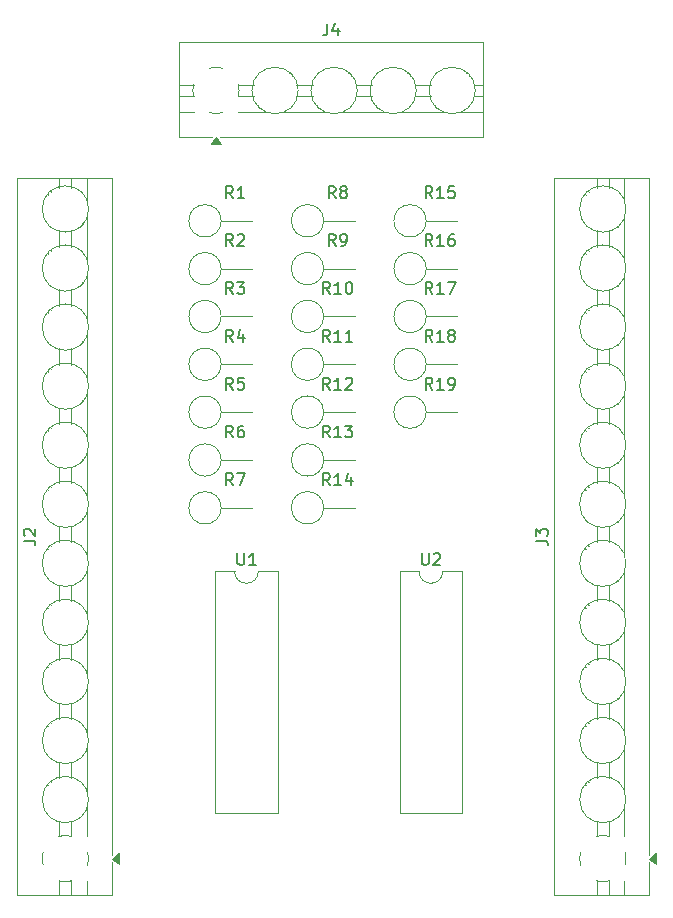
<source format=gbr>
%TF.GenerationSoftware,KiCad,Pcbnew,8.0.9-8.0.9-0~ubuntu24.04.1*%
%TF.CreationDate,2025-03-04T19:24:44+01:00*%
%TF.ProjectId,SNES_CONTROLLER,534e4553-5f43-44f4-9e54-524f4c4c4552,rev?*%
%TF.SameCoordinates,Original*%
%TF.FileFunction,Legend,Top*%
%TF.FilePolarity,Positive*%
%FSLAX46Y46*%
G04 Gerber Fmt 4.6, Leading zero omitted, Abs format (unit mm)*
G04 Created by KiCad (PCBNEW 8.0.9-8.0.9-0~ubuntu24.04.1) date 2025-03-04 19:24:44*
%MOMM*%
%LPD*%
G01*
G04 APERTURE LIST*
%ADD10C,0.150000*%
%ADD11C,0.120000*%
G04 APERTURE END LIST*
D10*
X126373333Y-73584819D02*
X126040000Y-73108628D01*
X125801905Y-73584819D02*
X125801905Y-72584819D01*
X125801905Y-72584819D02*
X126182857Y-72584819D01*
X126182857Y-72584819D02*
X126278095Y-72632438D01*
X126278095Y-72632438D02*
X126325714Y-72680057D01*
X126325714Y-72680057D02*
X126373333Y-72775295D01*
X126373333Y-72775295D02*
X126373333Y-72918152D01*
X126373333Y-72918152D02*
X126325714Y-73013390D01*
X126325714Y-73013390D02*
X126278095Y-73061009D01*
X126278095Y-73061009D02*
X126182857Y-73108628D01*
X126182857Y-73108628D02*
X125801905Y-73108628D01*
X126944762Y-73013390D02*
X126849524Y-72965771D01*
X126849524Y-72965771D02*
X126801905Y-72918152D01*
X126801905Y-72918152D02*
X126754286Y-72822914D01*
X126754286Y-72822914D02*
X126754286Y-72775295D01*
X126754286Y-72775295D02*
X126801905Y-72680057D01*
X126801905Y-72680057D02*
X126849524Y-72632438D01*
X126849524Y-72632438D02*
X126944762Y-72584819D01*
X126944762Y-72584819D02*
X127135238Y-72584819D01*
X127135238Y-72584819D02*
X127230476Y-72632438D01*
X127230476Y-72632438D02*
X127278095Y-72680057D01*
X127278095Y-72680057D02*
X127325714Y-72775295D01*
X127325714Y-72775295D02*
X127325714Y-72822914D01*
X127325714Y-72822914D02*
X127278095Y-72918152D01*
X127278095Y-72918152D02*
X127230476Y-72965771D01*
X127230476Y-72965771D02*
X127135238Y-73013390D01*
X127135238Y-73013390D02*
X126944762Y-73013390D01*
X126944762Y-73013390D02*
X126849524Y-73061009D01*
X126849524Y-73061009D02*
X126801905Y-73108628D01*
X126801905Y-73108628D02*
X126754286Y-73203866D01*
X126754286Y-73203866D02*
X126754286Y-73394342D01*
X126754286Y-73394342D02*
X126801905Y-73489580D01*
X126801905Y-73489580D02*
X126849524Y-73537200D01*
X126849524Y-73537200D02*
X126944762Y-73584819D01*
X126944762Y-73584819D02*
X127135238Y-73584819D01*
X127135238Y-73584819D02*
X127230476Y-73537200D01*
X127230476Y-73537200D02*
X127278095Y-73489580D01*
X127278095Y-73489580D02*
X127325714Y-73394342D01*
X127325714Y-73394342D02*
X127325714Y-73203866D01*
X127325714Y-73203866D02*
X127278095Y-73108628D01*
X127278095Y-73108628D02*
X127230476Y-73061009D01*
X127230476Y-73061009D02*
X127135238Y-73013390D01*
X125897142Y-81684819D02*
X125563809Y-81208628D01*
X125325714Y-81684819D02*
X125325714Y-80684819D01*
X125325714Y-80684819D02*
X125706666Y-80684819D01*
X125706666Y-80684819D02*
X125801904Y-80732438D01*
X125801904Y-80732438D02*
X125849523Y-80780057D01*
X125849523Y-80780057D02*
X125897142Y-80875295D01*
X125897142Y-80875295D02*
X125897142Y-81018152D01*
X125897142Y-81018152D02*
X125849523Y-81113390D01*
X125849523Y-81113390D02*
X125801904Y-81161009D01*
X125801904Y-81161009D02*
X125706666Y-81208628D01*
X125706666Y-81208628D02*
X125325714Y-81208628D01*
X126849523Y-81684819D02*
X126278095Y-81684819D01*
X126563809Y-81684819D02*
X126563809Y-80684819D01*
X126563809Y-80684819D02*
X126468571Y-80827676D01*
X126468571Y-80827676D02*
X126373333Y-80922914D01*
X126373333Y-80922914D02*
X126278095Y-80970533D01*
X127468571Y-80684819D02*
X127563809Y-80684819D01*
X127563809Y-80684819D02*
X127659047Y-80732438D01*
X127659047Y-80732438D02*
X127706666Y-80780057D01*
X127706666Y-80780057D02*
X127754285Y-80875295D01*
X127754285Y-80875295D02*
X127801904Y-81065771D01*
X127801904Y-81065771D02*
X127801904Y-81303866D01*
X127801904Y-81303866D02*
X127754285Y-81494342D01*
X127754285Y-81494342D02*
X127706666Y-81589580D01*
X127706666Y-81589580D02*
X127659047Y-81637200D01*
X127659047Y-81637200D02*
X127563809Y-81684819D01*
X127563809Y-81684819D02*
X127468571Y-81684819D01*
X127468571Y-81684819D02*
X127373333Y-81637200D01*
X127373333Y-81637200D02*
X127325714Y-81589580D01*
X127325714Y-81589580D02*
X127278095Y-81494342D01*
X127278095Y-81494342D02*
X127230476Y-81303866D01*
X127230476Y-81303866D02*
X127230476Y-81065771D01*
X127230476Y-81065771D02*
X127278095Y-80875295D01*
X127278095Y-80875295D02*
X127325714Y-80780057D01*
X127325714Y-80780057D02*
X127373333Y-80732438D01*
X127373333Y-80732438D02*
X127468571Y-80684819D01*
X134577142Y-85734819D02*
X134243809Y-85258628D01*
X134005714Y-85734819D02*
X134005714Y-84734819D01*
X134005714Y-84734819D02*
X134386666Y-84734819D01*
X134386666Y-84734819D02*
X134481904Y-84782438D01*
X134481904Y-84782438D02*
X134529523Y-84830057D01*
X134529523Y-84830057D02*
X134577142Y-84925295D01*
X134577142Y-84925295D02*
X134577142Y-85068152D01*
X134577142Y-85068152D02*
X134529523Y-85163390D01*
X134529523Y-85163390D02*
X134481904Y-85211009D01*
X134481904Y-85211009D02*
X134386666Y-85258628D01*
X134386666Y-85258628D02*
X134005714Y-85258628D01*
X135529523Y-85734819D02*
X134958095Y-85734819D01*
X135243809Y-85734819D02*
X135243809Y-84734819D01*
X135243809Y-84734819D02*
X135148571Y-84877676D01*
X135148571Y-84877676D02*
X135053333Y-84972914D01*
X135053333Y-84972914D02*
X134958095Y-85020533D01*
X136100952Y-85163390D02*
X136005714Y-85115771D01*
X136005714Y-85115771D02*
X135958095Y-85068152D01*
X135958095Y-85068152D02*
X135910476Y-84972914D01*
X135910476Y-84972914D02*
X135910476Y-84925295D01*
X135910476Y-84925295D02*
X135958095Y-84830057D01*
X135958095Y-84830057D02*
X136005714Y-84782438D01*
X136005714Y-84782438D02*
X136100952Y-84734819D01*
X136100952Y-84734819D02*
X136291428Y-84734819D01*
X136291428Y-84734819D02*
X136386666Y-84782438D01*
X136386666Y-84782438D02*
X136434285Y-84830057D01*
X136434285Y-84830057D02*
X136481904Y-84925295D01*
X136481904Y-84925295D02*
X136481904Y-84972914D01*
X136481904Y-84972914D02*
X136434285Y-85068152D01*
X136434285Y-85068152D02*
X136386666Y-85115771D01*
X136386666Y-85115771D02*
X136291428Y-85163390D01*
X136291428Y-85163390D02*
X136100952Y-85163390D01*
X136100952Y-85163390D02*
X136005714Y-85211009D01*
X136005714Y-85211009D02*
X135958095Y-85258628D01*
X135958095Y-85258628D02*
X135910476Y-85353866D01*
X135910476Y-85353866D02*
X135910476Y-85544342D01*
X135910476Y-85544342D02*
X135958095Y-85639580D01*
X135958095Y-85639580D02*
X136005714Y-85687200D01*
X136005714Y-85687200D02*
X136100952Y-85734819D01*
X136100952Y-85734819D02*
X136291428Y-85734819D01*
X136291428Y-85734819D02*
X136386666Y-85687200D01*
X136386666Y-85687200D02*
X136434285Y-85639580D01*
X136434285Y-85639580D02*
X136481904Y-85544342D01*
X136481904Y-85544342D02*
X136481904Y-85353866D01*
X136481904Y-85353866D02*
X136434285Y-85258628D01*
X136434285Y-85258628D02*
X136386666Y-85211009D01*
X136386666Y-85211009D02*
X136291428Y-85163390D01*
X99954819Y-102583333D02*
X100669104Y-102583333D01*
X100669104Y-102583333D02*
X100811961Y-102630952D01*
X100811961Y-102630952D02*
X100907200Y-102726190D01*
X100907200Y-102726190D02*
X100954819Y-102869047D01*
X100954819Y-102869047D02*
X100954819Y-102964285D01*
X100050057Y-102154761D02*
X100002438Y-102107142D01*
X100002438Y-102107142D02*
X99954819Y-102011904D01*
X99954819Y-102011904D02*
X99954819Y-101773809D01*
X99954819Y-101773809D02*
X100002438Y-101678571D01*
X100002438Y-101678571D02*
X100050057Y-101630952D01*
X100050057Y-101630952D02*
X100145295Y-101583333D01*
X100145295Y-101583333D02*
X100240533Y-101583333D01*
X100240533Y-101583333D02*
X100383390Y-101630952D01*
X100383390Y-101630952D02*
X100954819Y-102202380D01*
X100954819Y-102202380D02*
X100954819Y-101583333D01*
X133683095Y-103644819D02*
X133683095Y-104454342D01*
X133683095Y-104454342D02*
X133730714Y-104549580D01*
X133730714Y-104549580D02*
X133778333Y-104597200D01*
X133778333Y-104597200D02*
X133873571Y-104644819D01*
X133873571Y-104644819D02*
X134064047Y-104644819D01*
X134064047Y-104644819D02*
X134159285Y-104597200D01*
X134159285Y-104597200D02*
X134206904Y-104549580D01*
X134206904Y-104549580D02*
X134254523Y-104454342D01*
X134254523Y-104454342D02*
X134254523Y-103644819D01*
X134683095Y-103740057D02*
X134730714Y-103692438D01*
X134730714Y-103692438D02*
X134825952Y-103644819D01*
X134825952Y-103644819D02*
X135064047Y-103644819D01*
X135064047Y-103644819D02*
X135159285Y-103692438D01*
X135159285Y-103692438D02*
X135206904Y-103740057D01*
X135206904Y-103740057D02*
X135254523Y-103835295D01*
X135254523Y-103835295D02*
X135254523Y-103930533D01*
X135254523Y-103930533D02*
X135206904Y-104073390D01*
X135206904Y-104073390D02*
X134635476Y-104644819D01*
X134635476Y-104644819D02*
X135254523Y-104644819D01*
X134577142Y-89784819D02*
X134243809Y-89308628D01*
X134005714Y-89784819D02*
X134005714Y-88784819D01*
X134005714Y-88784819D02*
X134386666Y-88784819D01*
X134386666Y-88784819D02*
X134481904Y-88832438D01*
X134481904Y-88832438D02*
X134529523Y-88880057D01*
X134529523Y-88880057D02*
X134577142Y-88975295D01*
X134577142Y-88975295D02*
X134577142Y-89118152D01*
X134577142Y-89118152D02*
X134529523Y-89213390D01*
X134529523Y-89213390D02*
X134481904Y-89261009D01*
X134481904Y-89261009D02*
X134386666Y-89308628D01*
X134386666Y-89308628D02*
X134005714Y-89308628D01*
X135529523Y-89784819D02*
X134958095Y-89784819D01*
X135243809Y-89784819D02*
X135243809Y-88784819D01*
X135243809Y-88784819D02*
X135148571Y-88927676D01*
X135148571Y-88927676D02*
X135053333Y-89022914D01*
X135053333Y-89022914D02*
X134958095Y-89070533D01*
X136005714Y-89784819D02*
X136196190Y-89784819D01*
X136196190Y-89784819D02*
X136291428Y-89737200D01*
X136291428Y-89737200D02*
X136339047Y-89689580D01*
X136339047Y-89689580D02*
X136434285Y-89546723D01*
X136434285Y-89546723D02*
X136481904Y-89356247D01*
X136481904Y-89356247D02*
X136481904Y-88975295D01*
X136481904Y-88975295D02*
X136434285Y-88880057D01*
X136434285Y-88880057D02*
X136386666Y-88832438D01*
X136386666Y-88832438D02*
X136291428Y-88784819D01*
X136291428Y-88784819D02*
X136100952Y-88784819D01*
X136100952Y-88784819D02*
X136005714Y-88832438D01*
X136005714Y-88832438D02*
X135958095Y-88880057D01*
X135958095Y-88880057D02*
X135910476Y-88975295D01*
X135910476Y-88975295D02*
X135910476Y-89213390D01*
X135910476Y-89213390D02*
X135958095Y-89308628D01*
X135958095Y-89308628D02*
X136005714Y-89356247D01*
X136005714Y-89356247D02*
X136100952Y-89403866D01*
X136100952Y-89403866D02*
X136291428Y-89403866D01*
X136291428Y-89403866D02*
X136386666Y-89356247D01*
X136386666Y-89356247D02*
X136434285Y-89308628D01*
X136434285Y-89308628D02*
X136481904Y-89213390D01*
X117693333Y-93834819D02*
X117360000Y-93358628D01*
X117121905Y-93834819D02*
X117121905Y-92834819D01*
X117121905Y-92834819D02*
X117502857Y-92834819D01*
X117502857Y-92834819D02*
X117598095Y-92882438D01*
X117598095Y-92882438D02*
X117645714Y-92930057D01*
X117645714Y-92930057D02*
X117693333Y-93025295D01*
X117693333Y-93025295D02*
X117693333Y-93168152D01*
X117693333Y-93168152D02*
X117645714Y-93263390D01*
X117645714Y-93263390D02*
X117598095Y-93311009D01*
X117598095Y-93311009D02*
X117502857Y-93358628D01*
X117502857Y-93358628D02*
X117121905Y-93358628D01*
X118550476Y-92834819D02*
X118360000Y-92834819D01*
X118360000Y-92834819D02*
X118264762Y-92882438D01*
X118264762Y-92882438D02*
X118217143Y-92930057D01*
X118217143Y-92930057D02*
X118121905Y-93072914D01*
X118121905Y-93072914D02*
X118074286Y-93263390D01*
X118074286Y-93263390D02*
X118074286Y-93644342D01*
X118074286Y-93644342D02*
X118121905Y-93739580D01*
X118121905Y-93739580D02*
X118169524Y-93787200D01*
X118169524Y-93787200D02*
X118264762Y-93834819D01*
X118264762Y-93834819D02*
X118455238Y-93834819D01*
X118455238Y-93834819D02*
X118550476Y-93787200D01*
X118550476Y-93787200D02*
X118598095Y-93739580D01*
X118598095Y-93739580D02*
X118645714Y-93644342D01*
X118645714Y-93644342D02*
X118645714Y-93406247D01*
X118645714Y-93406247D02*
X118598095Y-93311009D01*
X118598095Y-93311009D02*
X118550476Y-93263390D01*
X118550476Y-93263390D02*
X118455238Y-93215771D01*
X118455238Y-93215771D02*
X118264762Y-93215771D01*
X118264762Y-93215771D02*
X118169524Y-93263390D01*
X118169524Y-93263390D02*
X118121905Y-93311009D01*
X118121905Y-93311009D02*
X118074286Y-93406247D01*
X134577142Y-73584819D02*
X134243809Y-73108628D01*
X134005714Y-73584819D02*
X134005714Y-72584819D01*
X134005714Y-72584819D02*
X134386666Y-72584819D01*
X134386666Y-72584819D02*
X134481904Y-72632438D01*
X134481904Y-72632438D02*
X134529523Y-72680057D01*
X134529523Y-72680057D02*
X134577142Y-72775295D01*
X134577142Y-72775295D02*
X134577142Y-72918152D01*
X134577142Y-72918152D02*
X134529523Y-73013390D01*
X134529523Y-73013390D02*
X134481904Y-73061009D01*
X134481904Y-73061009D02*
X134386666Y-73108628D01*
X134386666Y-73108628D02*
X134005714Y-73108628D01*
X135529523Y-73584819D02*
X134958095Y-73584819D01*
X135243809Y-73584819D02*
X135243809Y-72584819D01*
X135243809Y-72584819D02*
X135148571Y-72727676D01*
X135148571Y-72727676D02*
X135053333Y-72822914D01*
X135053333Y-72822914D02*
X134958095Y-72870533D01*
X136434285Y-72584819D02*
X135958095Y-72584819D01*
X135958095Y-72584819D02*
X135910476Y-73061009D01*
X135910476Y-73061009D02*
X135958095Y-73013390D01*
X135958095Y-73013390D02*
X136053333Y-72965771D01*
X136053333Y-72965771D02*
X136291428Y-72965771D01*
X136291428Y-72965771D02*
X136386666Y-73013390D01*
X136386666Y-73013390D02*
X136434285Y-73061009D01*
X136434285Y-73061009D02*
X136481904Y-73156247D01*
X136481904Y-73156247D02*
X136481904Y-73394342D01*
X136481904Y-73394342D02*
X136434285Y-73489580D01*
X136434285Y-73489580D02*
X136386666Y-73537200D01*
X136386666Y-73537200D02*
X136291428Y-73584819D01*
X136291428Y-73584819D02*
X136053333Y-73584819D01*
X136053333Y-73584819D02*
X135958095Y-73537200D01*
X135958095Y-73537200D02*
X135910476Y-73489580D01*
X117693333Y-77634819D02*
X117360000Y-77158628D01*
X117121905Y-77634819D02*
X117121905Y-76634819D01*
X117121905Y-76634819D02*
X117502857Y-76634819D01*
X117502857Y-76634819D02*
X117598095Y-76682438D01*
X117598095Y-76682438D02*
X117645714Y-76730057D01*
X117645714Y-76730057D02*
X117693333Y-76825295D01*
X117693333Y-76825295D02*
X117693333Y-76968152D01*
X117693333Y-76968152D02*
X117645714Y-77063390D01*
X117645714Y-77063390D02*
X117598095Y-77111009D01*
X117598095Y-77111009D02*
X117502857Y-77158628D01*
X117502857Y-77158628D02*
X117121905Y-77158628D01*
X118074286Y-76730057D02*
X118121905Y-76682438D01*
X118121905Y-76682438D02*
X118217143Y-76634819D01*
X118217143Y-76634819D02*
X118455238Y-76634819D01*
X118455238Y-76634819D02*
X118550476Y-76682438D01*
X118550476Y-76682438D02*
X118598095Y-76730057D01*
X118598095Y-76730057D02*
X118645714Y-76825295D01*
X118645714Y-76825295D02*
X118645714Y-76920533D01*
X118645714Y-76920533D02*
X118598095Y-77063390D01*
X118598095Y-77063390D02*
X118026667Y-77634819D01*
X118026667Y-77634819D02*
X118645714Y-77634819D01*
X143334819Y-102583333D02*
X144049104Y-102583333D01*
X144049104Y-102583333D02*
X144191961Y-102630952D01*
X144191961Y-102630952D02*
X144287200Y-102726190D01*
X144287200Y-102726190D02*
X144334819Y-102869047D01*
X144334819Y-102869047D02*
X144334819Y-102964285D01*
X143334819Y-102202380D02*
X143334819Y-101583333D01*
X143334819Y-101583333D02*
X143715771Y-101916666D01*
X143715771Y-101916666D02*
X143715771Y-101773809D01*
X143715771Y-101773809D02*
X143763390Y-101678571D01*
X143763390Y-101678571D02*
X143811009Y-101630952D01*
X143811009Y-101630952D02*
X143906247Y-101583333D01*
X143906247Y-101583333D02*
X144144342Y-101583333D01*
X144144342Y-101583333D02*
X144239580Y-101630952D01*
X144239580Y-101630952D02*
X144287200Y-101678571D01*
X144287200Y-101678571D02*
X144334819Y-101773809D01*
X144334819Y-101773809D02*
X144334819Y-102059523D01*
X144334819Y-102059523D02*
X144287200Y-102154761D01*
X144287200Y-102154761D02*
X144239580Y-102202380D01*
X117693333Y-73584819D02*
X117360000Y-73108628D01*
X117121905Y-73584819D02*
X117121905Y-72584819D01*
X117121905Y-72584819D02*
X117502857Y-72584819D01*
X117502857Y-72584819D02*
X117598095Y-72632438D01*
X117598095Y-72632438D02*
X117645714Y-72680057D01*
X117645714Y-72680057D02*
X117693333Y-72775295D01*
X117693333Y-72775295D02*
X117693333Y-72918152D01*
X117693333Y-72918152D02*
X117645714Y-73013390D01*
X117645714Y-73013390D02*
X117598095Y-73061009D01*
X117598095Y-73061009D02*
X117502857Y-73108628D01*
X117502857Y-73108628D02*
X117121905Y-73108628D01*
X118645714Y-73584819D02*
X118074286Y-73584819D01*
X118360000Y-73584819D02*
X118360000Y-72584819D01*
X118360000Y-72584819D02*
X118264762Y-72727676D01*
X118264762Y-72727676D02*
X118169524Y-72822914D01*
X118169524Y-72822914D02*
X118074286Y-72870533D01*
X126373333Y-77634819D02*
X126040000Y-77158628D01*
X125801905Y-77634819D02*
X125801905Y-76634819D01*
X125801905Y-76634819D02*
X126182857Y-76634819D01*
X126182857Y-76634819D02*
X126278095Y-76682438D01*
X126278095Y-76682438D02*
X126325714Y-76730057D01*
X126325714Y-76730057D02*
X126373333Y-76825295D01*
X126373333Y-76825295D02*
X126373333Y-76968152D01*
X126373333Y-76968152D02*
X126325714Y-77063390D01*
X126325714Y-77063390D02*
X126278095Y-77111009D01*
X126278095Y-77111009D02*
X126182857Y-77158628D01*
X126182857Y-77158628D02*
X125801905Y-77158628D01*
X126849524Y-77634819D02*
X127040000Y-77634819D01*
X127040000Y-77634819D02*
X127135238Y-77587200D01*
X127135238Y-77587200D02*
X127182857Y-77539580D01*
X127182857Y-77539580D02*
X127278095Y-77396723D01*
X127278095Y-77396723D02*
X127325714Y-77206247D01*
X127325714Y-77206247D02*
X127325714Y-76825295D01*
X127325714Y-76825295D02*
X127278095Y-76730057D01*
X127278095Y-76730057D02*
X127230476Y-76682438D01*
X127230476Y-76682438D02*
X127135238Y-76634819D01*
X127135238Y-76634819D02*
X126944762Y-76634819D01*
X126944762Y-76634819D02*
X126849524Y-76682438D01*
X126849524Y-76682438D02*
X126801905Y-76730057D01*
X126801905Y-76730057D02*
X126754286Y-76825295D01*
X126754286Y-76825295D02*
X126754286Y-77063390D01*
X126754286Y-77063390D02*
X126801905Y-77158628D01*
X126801905Y-77158628D02*
X126849524Y-77206247D01*
X126849524Y-77206247D02*
X126944762Y-77253866D01*
X126944762Y-77253866D02*
X127135238Y-77253866D01*
X127135238Y-77253866D02*
X127230476Y-77206247D01*
X127230476Y-77206247D02*
X127278095Y-77158628D01*
X127278095Y-77158628D02*
X127325714Y-77063390D01*
X125897142Y-93834819D02*
X125563809Y-93358628D01*
X125325714Y-93834819D02*
X125325714Y-92834819D01*
X125325714Y-92834819D02*
X125706666Y-92834819D01*
X125706666Y-92834819D02*
X125801904Y-92882438D01*
X125801904Y-92882438D02*
X125849523Y-92930057D01*
X125849523Y-92930057D02*
X125897142Y-93025295D01*
X125897142Y-93025295D02*
X125897142Y-93168152D01*
X125897142Y-93168152D02*
X125849523Y-93263390D01*
X125849523Y-93263390D02*
X125801904Y-93311009D01*
X125801904Y-93311009D02*
X125706666Y-93358628D01*
X125706666Y-93358628D02*
X125325714Y-93358628D01*
X126849523Y-93834819D02*
X126278095Y-93834819D01*
X126563809Y-93834819D02*
X126563809Y-92834819D01*
X126563809Y-92834819D02*
X126468571Y-92977676D01*
X126468571Y-92977676D02*
X126373333Y-93072914D01*
X126373333Y-93072914D02*
X126278095Y-93120533D01*
X127182857Y-92834819D02*
X127801904Y-92834819D01*
X127801904Y-92834819D02*
X127468571Y-93215771D01*
X127468571Y-93215771D02*
X127611428Y-93215771D01*
X127611428Y-93215771D02*
X127706666Y-93263390D01*
X127706666Y-93263390D02*
X127754285Y-93311009D01*
X127754285Y-93311009D02*
X127801904Y-93406247D01*
X127801904Y-93406247D02*
X127801904Y-93644342D01*
X127801904Y-93644342D02*
X127754285Y-93739580D01*
X127754285Y-93739580D02*
X127706666Y-93787200D01*
X127706666Y-93787200D02*
X127611428Y-93834819D01*
X127611428Y-93834819D02*
X127325714Y-93834819D01*
X127325714Y-93834819D02*
X127230476Y-93787200D01*
X127230476Y-93787200D02*
X127182857Y-93739580D01*
X117693333Y-97884819D02*
X117360000Y-97408628D01*
X117121905Y-97884819D02*
X117121905Y-96884819D01*
X117121905Y-96884819D02*
X117502857Y-96884819D01*
X117502857Y-96884819D02*
X117598095Y-96932438D01*
X117598095Y-96932438D02*
X117645714Y-96980057D01*
X117645714Y-96980057D02*
X117693333Y-97075295D01*
X117693333Y-97075295D02*
X117693333Y-97218152D01*
X117693333Y-97218152D02*
X117645714Y-97313390D01*
X117645714Y-97313390D02*
X117598095Y-97361009D01*
X117598095Y-97361009D02*
X117502857Y-97408628D01*
X117502857Y-97408628D02*
X117121905Y-97408628D01*
X118026667Y-96884819D02*
X118693333Y-96884819D01*
X118693333Y-96884819D02*
X118264762Y-97884819D01*
X125666666Y-58802319D02*
X125666666Y-59516604D01*
X125666666Y-59516604D02*
X125619047Y-59659461D01*
X125619047Y-59659461D02*
X125523809Y-59754700D01*
X125523809Y-59754700D02*
X125380952Y-59802319D01*
X125380952Y-59802319D02*
X125285714Y-59802319D01*
X126571428Y-59135652D02*
X126571428Y-59802319D01*
X126333333Y-58754700D02*
X126095238Y-59468985D01*
X126095238Y-59468985D02*
X126714285Y-59468985D01*
X125897142Y-85734819D02*
X125563809Y-85258628D01*
X125325714Y-85734819D02*
X125325714Y-84734819D01*
X125325714Y-84734819D02*
X125706666Y-84734819D01*
X125706666Y-84734819D02*
X125801904Y-84782438D01*
X125801904Y-84782438D02*
X125849523Y-84830057D01*
X125849523Y-84830057D02*
X125897142Y-84925295D01*
X125897142Y-84925295D02*
X125897142Y-85068152D01*
X125897142Y-85068152D02*
X125849523Y-85163390D01*
X125849523Y-85163390D02*
X125801904Y-85211009D01*
X125801904Y-85211009D02*
X125706666Y-85258628D01*
X125706666Y-85258628D02*
X125325714Y-85258628D01*
X126849523Y-85734819D02*
X126278095Y-85734819D01*
X126563809Y-85734819D02*
X126563809Y-84734819D01*
X126563809Y-84734819D02*
X126468571Y-84877676D01*
X126468571Y-84877676D02*
X126373333Y-84972914D01*
X126373333Y-84972914D02*
X126278095Y-85020533D01*
X127801904Y-85734819D02*
X127230476Y-85734819D01*
X127516190Y-85734819D02*
X127516190Y-84734819D01*
X127516190Y-84734819D02*
X127420952Y-84877676D01*
X127420952Y-84877676D02*
X127325714Y-84972914D01*
X127325714Y-84972914D02*
X127230476Y-85020533D01*
X117693333Y-85734819D02*
X117360000Y-85258628D01*
X117121905Y-85734819D02*
X117121905Y-84734819D01*
X117121905Y-84734819D02*
X117502857Y-84734819D01*
X117502857Y-84734819D02*
X117598095Y-84782438D01*
X117598095Y-84782438D02*
X117645714Y-84830057D01*
X117645714Y-84830057D02*
X117693333Y-84925295D01*
X117693333Y-84925295D02*
X117693333Y-85068152D01*
X117693333Y-85068152D02*
X117645714Y-85163390D01*
X117645714Y-85163390D02*
X117598095Y-85211009D01*
X117598095Y-85211009D02*
X117502857Y-85258628D01*
X117502857Y-85258628D02*
X117121905Y-85258628D01*
X118550476Y-85068152D02*
X118550476Y-85734819D01*
X118312381Y-84687200D02*
X118074286Y-85401485D01*
X118074286Y-85401485D02*
X118693333Y-85401485D01*
X118063095Y-103644819D02*
X118063095Y-104454342D01*
X118063095Y-104454342D02*
X118110714Y-104549580D01*
X118110714Y-104549580D02*
X118158333Y-104597200D01*
X118158333Y-104597200D02*
X118253571Y-104644819D01*
X118253571Y-104644819D02*
X118444047Y-104644819D01*
X118444047Y-104644819D02*
X118539285Y-104597200D01*
X118539285Y-104597200D02*
X118586904Y-104549580D01*
X118586904Y-104549580D02*
X118634523Y-104454342D01*
X118634523Y-104454342D02*
X118634523Y-103644819D01*
X119634523Y-104644819D02*
X119063095Y-104644819D01*
X119348809Y-104644819D02*
X119348809Y-103644819D01*
X119348809Y-103644819D02*
X119253571Y-103787676D01*
X119253571Y-103787676D02*
X119158333Y-103882914D01*
X119158333Y-103882914D02*
X119063095Y-103930533D01*
X125897142Y-89784819D02*
X125563809Y-89308628D01*
X125325714Y-89784819D02*
X125325714Y-88784819D01*
X125325714Y-88784819D02*
X125706666Y-88784819D01*
X125706666Y-88784819D02*
X125801904Y-88832438D01*
X125801904Y-88832438D02*
X125849523Y-88880057D01*
X125849523Y-88880057D02*
X125897142Y-88975295D01*
X125897142Y-88975295D02*
X125897142Y-89118152D01*
X125897142Y-89118152D02*
X125849523Y-89213390D01*
X125849523Y-89213390D02*
X125801904Y-89261009D01*
X125801904Y-89261009D02*
X125706666Y-89308628D01*
X125706666Y-89308628D02*
X125325714Y-89308628D01*
X126849523Y-89784819D02*
X126278095Y-89784819D01*
X126563809Y-89784819D02*
X126563809Y-88784819D01*
X126563809Y-88784819D02*
X126468571Y-88927676D01*
X126468571Y-88927676D02*
X126373333Y-89022914D01*
X126373333Y-89022914D02*
X126278095Y-89070533D01*
X127230476Y-88880057D02*
X127278095Y-88832438D01*
X127278095Y-88832438D02*
X127373333Y-88784819D01*
X127373333Y-88784819D02*
X127611428Y-88784819D01*
X127611428Y-88784819D02*
X127706666Y-88832438D01*
X127706666Y-88832438D02*
X127754285Y-88880057D01*
X127754285Y-88880057D02*
X127801904Y-88975295D01*
X127801904Y-88975295D02*
X127801904Y-89070533D01*
X127801904Y-89070533D02*
X127754285Y-89213390D01*
X127754285Y-89213390D02*
X127182857Y-89784819D01*
X127182857Y-89784819D02*
X127801904Y-89784819D01*
X117693333Y-89784819D02*
X117360000Y-89308628D01*
X117121905Y-89784819D02*
X117121905Y-88784819D01*
X117121905Y-88784819D02*
X117502857Y-88784819D01*
X117502857Y-88784819D02*
X117598095Y-88832438D01*
X117598095Y-88832438D02*
X117645714Y-88880057D01*
X117645714Y-88880057D02*
X117693333Y-88975295D01*
X117693333Y-88975295D02*
X117693333Y-89118152D01*
X117693333Y-89118152D02*
X117645714Y-89213390D01*
X117645714Y-89213390D02*
X117598095Y-89261009D01*
X117598095Y-89261009D02*
X117502857Y-89308628D01*
X117502857Y-89308628D02*
X117121905Y-89308628D01*
X118598095Y-88784819D02*
X118121905Y-88784819D01*
X118121905Y-88784819D02*
X118074286Y-89261009D01*
X118074286Y-89261009D02*
X118121905Y-89213390D01*
X118121905Y-89213390D02*
X118217143Y-89165771D01*
X118217143Y-89165771D02*
X118455238Y-89165771D01*
X118455238Y-89165771D02*
X118550476Y-89213390D01*
X118550476Y-89213390D02*
X118598095Y-89261009D01*
X118598095Y-89261009D02*
X118645714Y-89356247D01*
X118645714Y-89356247D02*
X118645714Y-89594342D01*
X118645714Y-89594342D02*
X118598095Y-89689580D01*
X118598095Y-89689580D02*
X118550476Y-89737200D01*
X118550476Y-89737200D02*
X118455238Y-89784819D01*
X118455238Y-89784819D02*
X118217143Y-89784819D01*
X118217143Y-89784819D02*
X118121905Y-89737200D01*
X118121905Y-89737200D02*
X118074286Y-89689580D01*
X117693333Y-81684819D02*
X117360000Y-81208628D01*
X117121905Y-81684819D02*
X117121905Y-80684819D01*
X117121905Y-80684819D02*
X117502857Y-80684819D01*
X117502857Y-80684819D02*
X117598095Y-80732438D01*
X117598095Y-80732438D02*
X117645714Y-80780057D01*
X117645714Y-80780057D02*
X117693333Y-80875295D01*
X117693333Y-80875295D02*
X117693333Y-81018152D01*
X117693333Y-81018152D02*
X117645714Y-81113390D01*
X117645714Y-81113390D02*
X117598095Y-81161009D01*
X117598095Y-81161009D02*
X117502857Y-81208628D01*
X117502857Y-81208628D02*
X117121905Y-81208628D01*
X118026667Y-80684819D02*
X118645714Y-80684819D01*
X118645714Y-80684819D02*
X118312381Y-81065771D01*
X118312381Y-81065771D02*
X118455238Y-81065771D01*
X118455238Y-81065771D02*
X118550476Y-81113390D01*
X118550476Y-81113390D02*
X118598095Y-81161009D01*
X118598095Y-81161009D02*
X118645714Y-81256247D01*
X118645714Y-81256247D02*
X118645714Y-81494342D01*
X118645714Y-81494342D02*
X118598095Y-81589580D01*
X118598095Y-81589580D02*
X118550476Y-81637200D01*
X118550476Y-81637200D02*
X118455238Y-81684819D01*
X118455238Y-81684819D02*
X118169524Y-81684819D01*
X118169524Y-81684819D02*
X118074286Y-81637200D01*
X118074286Y-81637200D02*
X118026667Y-81589580D01*
X134577142Y-81684819D02*
X134243809Y-81208628D01*
X134005714Y-81684819D02*
X134005714Y-80684819D01*
X134005714Y-80684819D02*
X134386666Y-80684819D01*
X134386666Y-80684819D02*
X134481904Y-80732438D01*
X134481904Y-80732438D02*
X134529523Y-80780057D01*
X134529523Y-80780057D02*
X134577142Y-80875295D01*
X134577142Y-80875295D02*
X134577142Y-81018152D01*
X134577142Y-81018152D02*
X134529523Y-81113390D01*
X134529523Y-81113390D02*
X134481904Y-81161009D01*
X134481904Y-81161009D02*
X134386666Y-81208628D01*
X134386666Y-81208628D02*
X134005714Y-81208628D01*
X135529523Y-81684819D02*
X134958095Y-81684819D01*
X135243809Y-81684819D02*
X135243809Y-80684819D01*
X135243809Y-80684819D02*
X135148571Y-80827676D01*
X135148571Y-80827676D02*
X135053333Y-80922914D01*
X135053333Y-80922914D02*
X134958095Y-80970533D01*
X135862857Y-80684819D02*
X136529523Y-80684819D01*
X136529523Y-80684819D02*
X136100952Y-81684819D01*
X125897142Y-97884819D02*
X125563809Y-97408628D01*
X125325714Y-97884819D02*
X125325714Y-96884819D01*
X125325714Y-96884819D02*
X125706666Y-96884819D01*
X125706666Y-96884819D02*
X125801904Y-96932438D01*
X125801904Y-96932438D02*
X125849523Y-96980057D01*
X125849523Y-96980057D02*
X125897142Y-97075295D01*
X125897142Y-97075295D02*
X125897142Y-97218152D01*
X125897142Y-97218152D02*
X125849523Y-97313390D01*
X125849523Y-97313390D02*
X125801904Y-97361009D01*
X125801904Y-97361009D02*
X125706666Y-97408628D01*
X125706666Y-97408628D02*
X125325714Y-97408628D01*
X126849523Y-97884819D02*
X126278095Y-97884819D01*
X126563809Y-97884819D02*
X126563809Y-96884819D01*
X126563809Y-96884819D02*
X126468571Y-97027676D01*
X126468571Y-97027676D02*
X126373333Y-97122914D01*
X126373333Y-97122914D02*
X126278095Y-97170533D01*
X127706666Y-97218152D02*
X127706666Y-97884819D01*
X127468571Y-96837200D02*
X127230476Y-97551485D01*
X127230476Y-97551485D02*
X127849523Y-97551485D01*
X134577142Y-77634819D02*
X134243809Y-77158628D01*
X134005714Y-77634819D02*
X134005714Y-76634819D01*
X134005714Y-76634819D02*
X134386666Y-76634819D01*
X134386666Y-76634819D02*
X134481904Y-76682438D01*
X134481904Y-76682438D02*
X134529523Y-76730057D01*
X134529523Y-76730057D02*
X134577142Y-76825295D01*
X134577142Y-76825295D02*
X134577142Y-76968152D01*
X134577142Y-76968152D02*
X134529523Y-77063390D01*
X134529523Y-77063390D02*
X134481904Y-77111009D01*
X134481904Y-77111009D02*
X134386666Y-77158628D01*
X134386666Y-77158628D02*
X134005714Y-77158628D01*
X135529523Y-77634819D02*
X134958095Y-77634819D01*
X135243809Y-77634819D02*
X135243809Y-76634819D01*
X135243809Y-76634819D02*
X135148571Y-76777676D01*
X135148571Y-76777676D02*
X135053333Y-76872914D01*
X135053333Y-76872914D02*
X134958095Y-76920533D01*
X136386666Y-76634819D02*
X136196190Y-76634819D01*
X136196190Y-76634819D02*
X136100952Y-76682438D01*
X136100952Y-76682438D02*
X136053333Y-76730057D01*
X136053333Y-76730057D02*
X135958095Y-76872914D01*
X135958095Y-76872914D02*
X135910476Y-77063390D01*
X135910476Y-77063390D02*
X135910476Y-77444342D01*
X135910476Y-77444342D02*
X135958095Y-77539580D01*
X135958095Y-77539580D02*
X136005714Y-77587200D01*
X136005714Y-77587200D02*
X136100952Y-77634819D01*
X136100952Y-77634819D02*
X136291428Y-77634819D01*
X136291428Y-77634819D02*
X136386666Y-77587200D01*
X136386666Y-77587200D02*
X136434285Y-77539580D01*
X136434285Y-77539580D02*
X136481904Y-77444342D01*
X136481904Y-77444342D02*
X136481904Y-77206247D01*
X136481904Y-77206247D02*
X136434285Y-77111009D01*
X136434285Y-77111009D02*
X136386666Y-77063390D01*
X136386666Y-77063390D02*
X136291428Y-77015771D01*
X136291428Y-77015771D02*
X136100952Y-77015771D01*
X136100952Y-77015771D02*
X136005714Y-77063390D01*
X136005714Y-77063390D02*
X135958095Y-77111009D01*
X135958095Y-77111009D02*
X135910476Y-77206247D01*
D11*
%TO.C,R8*%
X125370000Y-75500000D02*
X127980000Y-75500000D01*
X125370000Y-75500000D02*
G75*
G02*
X122630000Y-75500000I-1370000J0D01*
G01*
X122630000Y-75500000D02*
G75*
G02*
X125370000Y-75500000I1370000J0D01*
G01*
%TO.C,R10*%
X125370000Y-83600000D02*
X127980000Y-83600000D01*
X125370000Y-83600000D02*
G75*
G02*
X122630000Y-83600000I-1370000J0D01*
G01*
X122630000Y-83600000D02*
G75*
G02*
X125370000Y-83600000I1370000J0D01*
G01*
%TO.C,R18*%
X134050000Y-87650000D02*
X136660000Y-87650000D01*
X134050000Y-87650000D02*
G75*
G02*
X131310000Y-87650000I-1370000J0D01*
G01*
X131310000Y-87650000D02*
G75*
G02*
X134050000Y-87650000I1370000J0D01*
G01*
%TO.C,J2*%
X99380000Y-71880000D02*
X107420000Y-71880000D01*
X99380000Y-132620000D02*
X99380000Y-71880000D01*
X99380000Y-132620000D02*
X107420000Y-132620000D01*
X102014000Y-73253000D02*
X102057000Y-73296000D01*
X102014000Y-78253000D02*
X102057000Y-78296000D01*
X102014000Y-83253000D02*
X102057000Y-83296000D01*
X102014000Y-88253000D02*
X102057000Y-88296000D01*
X102014000Y-93253000D02*
X102057000Y-93296000D01*
X102014000Y-98253000D02*
X102057000Y-98296000D01*
X102014000Y-103253000D02*
X102057000Y-103296000D01*
X102014000Y-108253000D02*
X102057000Y-108296000D01*
X102014000Y-113253000D02*
X102057000Y-113296000D01*
X102014000Y-118253000D02*
X102057000Y-118296000D01*
X102014000Y-123253000D02*
X102057000Y-123296000D01*
X102253000Y-73013000D02*
X102296000Y-73056000D01*
X102253000Y-78013000D02*
X102296000Y-78056000D01*
X102253000Y-83013000D02*
X102296000Y-83056000D01*
X102253000Y-88013000D02*
X102296000Y-88056000D01*
X102253000Y-93013000D02*
X102296000Y-93056000D01*
X102253000Y-98013000D02*
X102296000Y-98056000D01*
X102253000Y-103013000D02*
X102296000Y-103056000D01*
X102253000Y-108013000D02*
X102296000Y-108056000D01*
X102253000Y-113013000D02*
X102296000Y-113056000D01*
X102253000Y-118013000D02*
X102296000Y-118056000D01*
X102253000Y-123013000D02*
X102296000Y-123056000D01*
X103000000Y-72688000D02*
X103000000Y-71880000D01*
X103000000Y-77688000D02*
X103000000Y-76312000D01*
X103000000Y-82688000D02*
X103000000Y-81312000D01*
X103000000Y-87688000D02*
X103000000Y-86312000D01*
X103000000Y-92688000D02*
X103000000Y-91312000D01*
X103000000Y-97688000D02*
X103000000Y-96312000D01*
X103000000Y-102688000D02*
X103000000Y-101312000D01*
X103000000Y-107688000D02*
X103000000Y-106312000D01*
X103000000Y-112688000D02*
X103000000Y-111312000D01*
X103000000Y-117688000D02*
X103000000Y-116312000D01*
X103000000Y-122688000D02*
X103000000Y-121312000D01*
X103000000Y-127620000D02*
X103000000Y-126312000D01*
X103000000Y-132620000D02*
X103000000Y-131380000D01*
X104000000Y-72688000D02*
X104000000Y-71880000D01*
X104000000Y-77688000D02*
X104000000Y-76312000D01*
X104000000Y-82688000D02*
X104000000Y-81312000D01*
X104000000Y-87688000D02*
X104000000Y-86312000D01*
X104000000Y-92688000D02*
X104000000Y-91312000D01*
X104000000Y-97688000D02*
X104000000Y-96312000D01*
X104000000Y-102688000D02*
X104000000Y-101312000D01*
X104000000Y-107688000D02*
X104000000Y-106312000D01*
X104000000Y-112688000D02*
X104000000Y-111312000D01*
X104000000Y-117688000D02*
X104000000Y-116312000D01*
X104000000Y-122688000D02*
X104000000Y-121312000D01*
X104000000Y-127620000D02*
X104000000Y-126312000D01*
X104000000Y-132620000D02*
X104000000Y-131380000D01*
X104704000Y-75944000D02*
X104747000Y-75987000D01*
X104704000Y-80944000D02*
X104747000Y-80987000D01*
X104704000Y-85944000D02*
X104747000Y-85987000D01*
X104704000Y-90944000D02*
X104747000Y-90987000D01*
X104704000Y-95944000D02*
X104747000Y-95987000D01*
X104704000Y-100944000D02*
X104747000Y-100987000D01*
X104704000Y-105944000D02*
X104747000Y-105987000D01*
X104704000Y-110944000D02*
X104747000Y-110987000D01*
X104704000Y-115944000D02*
X104747000Y-115987000D01*
X104704000Y-120944000D02*
X104747000Y-120987000D01*
X104704000Y-125944000D02*
X104747000Y-125987000D01*
X104943000Y-75705000D02*
X104986000Y-75748000D01*
X104943000Y-80705000D02*
X104986000Y-80748000D01*
X104943000Y-85705000D02*
X104986000Y-85748000D01*
X104943000Y-90705000D02*
X104986000Y-90748000D01*
X104943000Y-95705000D02*
X104986000Y-95748000D01*
X104943000Y-100705000D02*
X104986000Y-100748000D01*
X104943000Y-105705000D02*
X104986000Y-105748000D01*
X104943000Y-110705000D02*
X104986000Y-110748000D01*
X104943000Y-115705000D02*
X104986000Y-115748000D01*
X104943000Y-120705000D02*
X104986000Y-120748000D01*
X104943000Y-125705000D02*
X104986000Y-125748000D01*
X105300000Y-73957000D02*
X105300000Y-71880000D01*
X105300000Y-78957000D02*
X105300000Y-75043000D01*
X105300000Y-83957000D02*
X105300000Y-80043000D01*
X105300000Y-88957000D02*
X105300000Y-85043000D01*
X105300000Y-93957000D02*
X105300000Y-90043000D01*
X105300000Y-98957000D02*
X105300000Y-95043000D01*
X105300000Y-103957000D02*
X105300000Y-100043000D01*
X105300000Y-108957000D02*
X105300000Y-105043000D01*
X105300000Y-113957000D02*
X105300000Y-110043000D01*
X105300000Y-118957000D02*
X105300000Y-115043000D01*
X105300000Y-123957000D02*
X105300000Y-120043000D01*
X105300000Y-127620000D02*
X105300000Y-125043000D01*
X105300000Y-132620000D02*
X105300000Y-131380000D01*
X107420000Y-129200000D02*
X107420000Y-71880000D01*
X107420000Y-132620000D02*
X107420000Y-129800000D01*
X101620000Y-130054000D02*
G75*
G02*
X101620139Y-128945528I1880000J554000D01*
G01*
X102946000Y-127620000D02*
G75*
G02*
X104054472Y-127620139I554000J-1880000D01*
G01*
X104054000Y-131380000D02*
G75*
G02*
X102945528Y-131379861I-554000J1879990D01*
G01*
X105380000Y-128946000D02*
G75*
G02*
X105379861Y-130054472I-1879990J-554000D01*
G01*
X105460000Y-74500000D02*
G75*
G02*
X101540000Y-74500000I-1960000J0D01*
G01*
X101540000Y-74500000D02*
G75*
G02*
X105460000Y-74500000I1960000J0D01*
G01*
X105460000Y-79500000D02*
G75*
G02*
X101540000Y-79500000I-1960000J0D01*
G01*
X101540000Y-79500000D02*
G75*
G02*
X105460000Y-79500000I1960000J0D01*
G01*
X105460000Y-84500000D02*
G75*
G02*
X101540000Y-84500000I-1960000J0D01*
G01*
X101540000Y-84500000D02*
G75*
G02*
X105460000Y-84500000I1960000J0D01*
G01*
X105460000Y-89500000D02*
G75*
G02*
X101540000Y-89500000I-1960000J0D01*
G01*
X101540000Y-89500000D02*
G75*
G02*
X105460000Y-89500000I1960000J0D01*
G01*
X105460000Y-94500000D02*
G75*
G02*
X101540000Y-94500000I-1960000J0D01*
G01*
X101540000Y-94500000D02*
G75*
G02*
X105460000Y-94500000I1960000J0D01*
G01*
X105460000Y-99500000D02*
G75*
G02*
X101540000Y-99500000I-1960000J0D01*
G01*
X101540000Y-99500000D02*
G75*
G02*
X105460000Y-99500000I1960000J0D01*
G01*
X105460000Y-104500000D02*
G75*
G02*
X101540000Y-104500000I-1960000J0D01*
G01*
X101540000Y-104500000D02*
G75*
G02*
X105460000Y-104500000I1960000J0D01*
G01*
X105460000Y-109500000D02*
G75*
G02*
X101540000Y-109500000I-1960000J0D01*
G01*
X101540000Y-109500000D02*
G75*
G02*
X105460000Y-109500000I1960000J0D01*
G01*
X105460000Y-114500000D02*
G75*
G02*
X101540000Y-114500000I-1960000J0D01*
G01*
X101540000Y-114500000D02*
G75*
G02*
X105460000Y-114500000I1960000J0D01*
G01*
X105460000Y-119500000D02*
G75*
G02*
X101540000Y-119500000I-1960000J0D01*
G01*
X101540000Y-119500000D02*
G75*
G02*
X105460000Y-119500000I1960000J0D01*
G01*
X105460000Y-124500000D02*
G75*
G02*
X101540000Y-124500000I-1960000J0D01*
G01*
X101540000Y-124500000D02*
G75*
G02*
X105460000Y-124500000I1960000J0D01*
G01*
X108030000Y-129940000D02*
X107420000Y-129500000D01*
X108030000Y-129060000D01*
X108030000Y-129940000D01*
G36*
X108030000Y-129940000D02*
G01*
X107420000Y-129500000D01*
X108030000Y-129060000D01*
X108030000Y-129940000D01*
G37*
%TO.C,U2*%
X131795000Y-105190000D02*
X131795000Y-125630000D01*
X131795000Y-125630000D02*
X137095000Y-125630000D01*
X133445000Y-105190000D02*
X131795000Y-105190000D01*
X137095000Y-105190000D02*
X135445000Y-105190000D01*
X137095000Y-125630000D02*
X137095000Y-105190000D01*
X135445000Y-105190000D02*
G75*
G02*
X133445000Y-105190000I-1000000J0D01*
G01*
%TO.C,R19*%
X134050000Y-91700000D02*
X136660000Y-91700000D01*
X134050000Y-91700000D02*
G75*
G02*
X131310000Y-91700000I-1370000J0D01*
G01*
X131310000Y-91700000D02*
G75*
G02*
X134050000Y-91700000I1370000J0D01*
G01*
%TO.C,R6*%
X116690000Y-95750000D02*
X119300000Y-95750000D01*
X116690000Y-95750000D02*
G75*
G02*
X113950000Y-95750000I-1370000J0D01*
G01*
X113950000Y-95750000D02*
G75*
G02*
X116690000Y-95750000I1370000J0D01*
G01*
%TO.C,R15*%
X134050000Y-75500000D02*
X136660000Y-75500000D01*
X134050000Y-75500000D02*
G75*
G02*
X131310000Y-75500000I-1370000J0D01*
G01*
X131310000Y-75500000D02*
G75*
G02*
X134050000Y-75500000I1370000J0D01*
G01*
%TO.C,R2*%
X116690000Y-79550000D02*
X119300000Y-79550000D01*
X116690000Y-79550000D02*
G75*
G02*
X113950000Y-79550000I-1370000J0D01*
G01*
X113950000Y-79550000D02*
G75*
G02*
X116690000Y-79550000I1370000J0D01*
G01*
%TO.C,J3*%
X144880000Y-71880000D02*
X152920000Y-71880000D01*
X144880000Y-132620000D02*
X144880000Y-71880000D01*
X144880000Y-132620000D02*
X152920000Y-132620000D01*
X147514000Y-73253000D02*
X147557000Y-73296000D01*
X147514000Y-78253000D02*
X147557000Y-78296000D01*
X147514000Y-83253000D02*
X147557000Y-83296000D01*
X147514000Y-88253000D02*
X147557000Y-88296000D01*
X147514000Y-93253000D02*
X147557000Y-93296000D01*
X147514000Y-98253000D02*
X147557000Y-98296000D01*
X147514000Y-103253000D02*
X147557000Y-103296000D01*
X147514000Y-108253000D02*
X147557000Y-108296000D01*
X147514000Y-113253000D02*
X147557000Y-113296000D01*
X147514000Y-118253000D02*
X147557000Y-118296000D01*
X147514000Y-123253000D02*
X147557000Y-123296000D01*
X147753000Y-73013000D02*
X147796000Y-73056000D01*
X147753000Y-78013000D02*
X147796000Y-78056000D01*
X147753000Y-83013000D02*
X147796000Y-83056000D01*
X147753000Y-88013000D02*
X147796000Y-88056000D01*
X147753000Y-93013000D02*
X147796000Y-93056000D01*
X147753000Y-98013000D02*
X147796000Y-98056000D01*
X147753000Y-103013000D02*
X147796000Y-103056000D01*
X147753000Y-108013000D02*
X147796000Y-108056000D01*
X147753000Y-113013000D02*
X147796000Y-113056000D01*
X147753000Y-118013000D02*
X147796000Y-118056000D01*
X147753000Y-123013000D02*
X147796000Y-123056000D01*
X148500000Y-72688000D02*
X148500000Y-71880000D01*
X148500000Y-77688000D02*
X148500000Y-76312000D01*
X148500000Y-82688000D02*
X148500000Y-81312000D01*
X148500000Y-87688000D02*
X148500000Y-86312000D01*
X148500000Y-92688000D02*
X148500000Y-91312000D01*
X148500000Y-97688000D02*
X148500000Y-96312000D01*
X148500000Y-102688000D02*
X148500000Y-101312000D01*
X148500000Y-107688000D02*
X148500000Y-106312000D01*
X148500000Y-112688000D02*
X148500000Y-111312000D01*
X148500000Y-117688000D02*
X148500000Y-116312000D01*
X148500000Y-122688000D02*
X148500000Y-121312000D01*
X148500000Y-127620000D02*
X148500000Y-126312000D01*
X148500000Y-132620000D02*
X148500000Y-131380000D01*
X149500000Y-72688000D02*
X149500000Y-71880000D01*
X149500000Y-77688000D02*
X149500000Y-76312000D01*
X149500000Y-82688000D02*
X149500000Y-81312000D01*
X149500000Y-87688000D02*
X149500000Y-86312000D01*
X149500000Y-92688000D02*
X149500000Y-91312000D01*
X149500000Y-97688000D02*
X149500000Y-96312000D01*
X149500000Y-102688000D02*
X149500000Y-101312000D01*
X149500000Y-107688000D02*
X149500000Y-106312000D01*
X149500000Y-112688000D02*
X149500000Y-111312000D01*
X149500000Y-117688000D02*
X149500000Y-116312000D01*
X149500000Y-122688000D02*
X149500000Y-121312000D01*
X149500000Y-127620000D02*
X149500000Y-126312000D01*
X149500000Y-132620000D02*
X149500000Y-131380000D01*
X150204000Y-75944000D02*
X150247000Y-75987000D01*
X150204000Y-80944000D02*
X150247000Y-80987000D01*
X150204000Y-85944000D02*
X150247000Y-85987000D01*
X150204000Y-90944000D02*
X150247000Y-90987000D01*
X150204000Y-95944000D02*
X150247000Y-95987000D01*
X150204000Y-100944000D02*
X150247000Y-100987000D01*
X150204000Y-105944000D02*
X150247000Y-105987000D01*
X150204000Y-110944000D02*
X150247000Y-110987000D01*
X150204000Y-115944000D02*
X150247000Y-115987000D01*
X150204000Y-120944000D02*
X150247000Y-120987000D01*
X150204000Y-125944000D02*
X150247000Y-125987000D01*
X150443000Y-75705000D02*
X150486000Y-75748000D01*
X150443000Y-80705000D02*
X150486000Y-80748000D01*
X150443000Y-85705000D02*
X150486000Y-85748000D01*
X150443000Y-90705000D02*
X150486000Y-90748000D01*
X150443000Y-95705000D02*
X150486000Y-95748000D01*
X150443000Y-100705000D02*
X150486000Y-100748000D01*
X150443000Y-105705000D02*
X150486000Y-105748000D01*
X150443000Y-110705000D02*
X150486000Y-110748000D01*
X150443000Y-115705000D02*
X150486000Y-115748000D01*
X150443000Y-120705000D02*
X150486000Y-120748000D01*
X150443000Y-125705000D02*
X150486000Y-125748000D01*
X150800000Y-73957000D02*
X150800000Y-71880000D01*
X150800000Y-78957000D02*
X150800000Y-75043000D01*
X150800000Y-83957000D02*
X150800000Y-80043000D01*
X150800000Y-88957000D02*
X150800000Y-85043000D01*
X150800000Y-93957000D02*
X150800000Y-90043000D01*
X150800000Y-98957000D02*
X150800000Y-95043000D01*
X150800000Y-103957000D02*
X150800000Y-100043000D01*
X150800000Y-108957000D02*
X150800000Y-105043000D01*
X150800000Y-113957000D02*
X150800000Y-110043000D01*
X150800000Y-118957000D02*
X150800000Y-115043000D01*
X150800000Y-123957000D02*
X150800000Y-120043000D01*
X150800000Y-127620000D02*
X150800000Y-125043000D01*
X150800000Y-132620000D02*
X150800000Y-131380000D01*
X152920000Y-129200000D02*
X152920000Y-71880000D01*
X152920000Y-132620000D02*
X152920000Y-129800000D01*
X147120000Y-130054000D02*
G75*
G02*
X147120139Y-128945528I1880000J554000D01*
G01*
X148446000Y-127620000D02*
G75*
G02*
X149554472Y-127620139I554000J-1880000D01*
G01*
X149554000Y-131380000D02*
G75*
G02*
X148445528Y-131379861I-554000J1879990D01*
G01*
X150880000Y-128946000D02*
G75*
G02*
X150879861Y-130054472I-1879990J-554000D01*
G01*
X150960000Y-74500000D02*
G75*
G02*
X147040000Y-74500000I-1960000J0D01*
G01*
X147040000Y-74500000D02*
G75*
G02*
X150960000Y-74500000I1960000J0D01*
G01*
X150960000Y-79500000D02*
G75*
G02*
X147040000Y-79500000I-1960000J0D01*
G01*
X147040000Y-79500000D02*
G75*
G02*
X150960000Y-79500000I1960000J0D01*
G01*
X150960000Y-84500000D02*
G75*
G02*
X147040000Y-84500000I-1960000J0D01*
G01*
X147040000Y-84500000D02*
G75*
G02*
X150960000Y-84500000I1960000J0D01*
G01*
X150960000Y-89500000D02*
G75*
G02*
X147040000Y-89500000I-1960000J0D01*
G01*
X147040000Y-89500000D02*
G75*
G02*
X150960000Y-89500000I1960000J0D01*
G01*
X150960000Y-94500000D02*
G75*
G02*
X147040000Y-94500000I-1960000J0D01*
G01*
X147040000Y-94500000D02*
G75*
G02*
X150960000Y-94500000I1960000J0D01*
G01*
X150960000Y-99500000D02*
G75*
G02*
X147040000Y-99500000I-1960000J0D01*
G01*
X147040000Y-99500000D02*
G75*
G02*
X150960000Y-99500000I1960000J0D01*
G01*
X150960000Y-104500000D02*
G75*
G02*
X147040000Y-104500000I-1960000J0D01*
G01*
X147040000Y-104500000D02*
G75*
G02*
X150960000Y-104500000I1960000J0D01*
G01*
X150960000Y-109500000D02*
G75*
G02*
X147040000Y-109500000I-1960000J0D01*
G01*
X147040000Y-109500000D02*
G75*
G02*
X150960000Y-109500000I1960000J0D01*
G01*
X150960000Y-114500000D02*
G75*
G02*
X147040000Y-114500000I-1960000J0D01*
G01*
X147040000Y-114500000D02*
G75*
G02*
X150960000Y-114500000I1960000J0D01*
G01*
X150960000Y-119500000D02*
G75*
G02*
X147040000Y-119500000I-1960000J0D01*
G01*
X147040000Y-119500000D02*
G75*
G02*
X150960000Y-119500000I1960000J0D01*
G01*
X150960000Y-124500000D02*
G75*
G02*
X147040000Y-124500000I-1960000J0D01*
G01*
X147040000Y-124500000D02*
G75*
G02*
X150960000Y-124500000I1960000J0D01*
G01*
X153530000Y-129940000D02*
X152920000Y-129500000D01*
X153530000Y-129060000D01*
X153530000Y-129940000D01*
G36*
X153530000Y-129940000D02*
G01*
X152920000Y-129500000D01*
X153530000Y-129060000D01*
X153530000Y-129940000D01*
G37*
%TO.C,R1*%
X116690000Y-75500000D02*
X119300000Y-75500000D01*
X116690000Y-75500000D02*
G75*
G02*
X113950000Y-75500000I-1370000J0D01*
G01*
X113950000Y-75500000D02*
G75*
G02*
X116690000Y-75500000I1370000J0D01*
G01*
%TO.C,R9*%
X125370000Y-79550000D02*
X127980000Y-79550000D01*
X125370000Y-79550000D02*
G75*
G02*
X122630000Y-79550000I-1370000J0D01*
G01*
X122630000Y-79550000D02*
G75*
G02*
X125370000Y-79550000I1370000J0D01*
G01*
%TO.C,R13*%
X125370000Y-95750000D02*
X127980000Y-95750000D01*
X125370000Y-95750000D02*
G75*
G02*
X122630000Y-95750000I-1370000J0D01*
G01*
X122630000Y-95750000D02*
G75*
G02*
X125370000Y-95750000I1370000J0D01*
G01*
%TO.C,R7*%
X116690000Y-99800000D02*
X119300000Y-99800000D01*
X116690000Y-99800000D02*
G75*
G02*
X113950000Y-99800000I-1370000J0D01*
G01*
X113950000Y-99800000D02*
G75*
G02*
X116690000Y-99800000I1370000J0D01*
G01*
%TO.C,J4*%
X113130000Y-60347500D02*
X113130000Y-68387500D01*
X113130000Y-60347500D02*
X138870000Y-60347500D01*
X113130000Y-63967500D02*
X114370000Y-63967500D01*
X113130000Y-64967500D02*
X114370000Y-64967500D01*
X113130000Y-66267500D02*
X114370000Y-66267500D01*
X113130000Y-68387500D02*
X115950000Y-68387500D01*
X116550000Y-68387500D02*
X138870000Y-68387500D01*
X118130000Y-63967500D02*
X119438000Y-63967500D01*
X118130000Y-64967500D02*
X119438000Y-64967500D01*
X118130000Y-66267500D02*
X120707000Y-66267500D01*
X119806000Y-65671500D02*
X119763000Y-65714500D01*
X120045000Y-65910500D02*
X120002000Y-65953500D01*
X121793000Y-66267500D02*
X125707000Y-66267500D01*
X122497000Y-62981500D02*
X122454000Y-63024500D01*
X122737000Y-63220500D02*
X122694000Y-63263500D01*
X123062000Y-63967500D02*
X124438000Y-63967500D01*
X123062000Y-64967500D02*
X124438000Y-64967500D01*
X124806000Y-65671500D02*
X124763000Y-65714500D01*
X125045000Y-65910500D02*
X125002000Y-65953500D01*
X126793000Y-66267500D02*
X130707000Y-66267500D01*
X127497000Y-62981500D02*
X127454000Y-63024500D01*
X127737000Y-63220500D02*
X127694000Y-63263500D01*
X128062000Y-63967500D02*
X129438000Y-63967500D01*
X128062000Y-64967500D02*
X129438000Y-64967500D01*
X129806000Y-65671500D02*
X129763000Y-65714500D01*
X130045000Y-65910500D02*
X130002000Y-65953500D01*
X131793000Y-66267500D02*
X135707000Y-66267500D01*
X132497000Y-62981500D02*
X132454000Y-63024500D01*
X132737000Y-63220500D02*
X132694000Y-63263500D01*
X133062000Y-63967500D02*
X134438000Y-63967500D01*
X133062000Y-64967500D02*
X134438000Y-64967500D01*
X134806000Y-65671500D02*
X134763000Y-65714500D01*
X135045000Y-65910500D02*
X135002000Y-65953500D01*
X136793000Y-66267500D02*
X138870000Y-66267500D01*
X137497000Y-62981500D02*
X137454000Y-63024500D01*
X137737000Y-63220500D02*
X137694000Y-63263500D01*
X138062000Y-63967500D02*
X138870000Y-63967500D01*
X138062000Y-64967500D02*
X138870000Y-64967500D01*
X138870000Y-60347500D02*
X138870000Y-68387500D01*
X114370000Y-65021500D02*
G75*
G02*
X114370139Y-63913028I1879990J554000D01*
G01*
X115696000Y-62587500D02*
G75*
G02*
X116804472Y-62587639I554000J-1880000D01*
G01*
X116804000Y-66347500D02*
G75*
G02*
X115695528Y-66347361I-554000J1879990D01*
G01*
X118130000Y-63913500D02*
G75*
G02*
X118129861Y-65021972I-1880000J-554000D01*
G01*
X123210000Y-64467500D02*
G75*
G02*
X119290000Y-64467500I-1960000J0D01*
G01*
X119290000Y-64467500D02*
G75*
G02*
X123210000Y-64467500I1960000J0D01*
G01*
X128210000Y-64467500D02*
G75*
G02*
X124290000Y-64467500I-1960000J0D01*
G01*
X124290000Y-64467500D02*
G75*
G02*
X128210000Y-64467500I1960000J0D01*
G01*
X133210000Y-64467500D02*
G75*
G02*
X129290000Y-64467500I-1960000J0D01*
G01*
X129290000Y-64467500D02*
G75*
G02*
X133210000Y-64467500I1960000J0D01*
G01*
X138210000Y-64467500D02*
G75*
G02*
X134290000Y-64467500I-1960000J0D01*
G01*
X134290000Y-64467500D02*
G75*
G02*
X138210000Y-64467500I1960000J0D01*
G01*
X116690000Y-68997500D02*
X115810000Y-68997500D01*
X116250000Y-68387500D01*
X116690000Y-68997500D01*
G36*
X116690000Y-68997500D02*
G01*
X115810000Y-68997500D01*
X116250000Y-68387500D01*
X116690000Y-68997500D01*
G37*
%TO.C,R11*%
X125370000Y-87650000D02*
X127980000Y-87650000D01*
X125370000Y-87650000D02*
G75*
G02*
X122630000Y-87650000I-1370000J0D01*
G01*
X122630000Y-87650000D02*
G75*
G02*
X125370000Y-87650000I1370000J0D01*
G01*
%TO.C,R4*%
X116690000Y-87650000D02*
X119300000Y-87650000D01*
X116690000Y-87650000D02*
G75*
G02*
X113950000Y-87650000I-1370000J0D01*
G01*
X113950000Y-87650000D02*
G75*
G02*
X116690000Y-87650000I1370000J0D01*
G01*
%TO.C,U1*%
X116175000Y-105190000D02*
X116175000Y-125630000D01*
X116175000Y-125630000D02*
X121475000Y-125630000D01*
X117825000Y-105190000D02*
X116175000Y-105190000D01*
X121475000Y-105190000D02*
X119825000Y-105190000D01*
X121475000Y-125630000D02*
X121475000Y-105190000D01*
X119825000Y-105190000D02*
G75*
G02*
X117825000Y-105190000I-1000000J0D01*
G01*
%TO.C,R12*%
X125370000Y-91700000D02*
X127980000Y-91700000D01*
X125370000Y-91700000D02*
G75*
G02*
X122630000Y-91700000I-1370000J0D01*
G01*
X122630000Y-91700000D02*
G75*
G02*
X125370000Y-91700000I1370000J0D01*
G01*
%TO.C,R5*%
X116690000Y-91700000D02*
X119300000Y-91700000D01*
X116690000Y-91700000D02*
G75*
G02*
X113950000Y-91700000I-1370000J0D01*
G01*
X113950000Y-91700000D02*
G75*
G02*
X116690000Y-91700000I1370000J0D01*
G01*
%TO.C,R3*%
X116690000Y-83600000D02*
X119300000Y-83600000D01*
X116690000Y-83600000D02*
G75*
G02*
X113950000Y-83600000I-1370000J0D01*
G01*
X113950000Y-83600000D02*
G75*
G02*
X116690000Y-83600000I1370000J0D01*
G01*
%TO.C,R17*%
X134050000Y-83600000D02*
X136660000Y-83600000D01*
X134050000Y-83600000D02*
G75*
G02*
X131310000Y-83600000I-1370000J0D01*
G01*
X131310000Y-83600000D02*
G75*
G02*
X134050000Y-83600000I1370000J0D01*
G01*
%TO.C,R14*%
X125370000Y-99800000D02*
X127980000Y-99800000D01*
X125370000Y-99800000D02*
G75*
G02*
X122630000Y-99800000I-1370000J0D01*
G01*
X122630000Y-99800000D02*
G75*
G02*
X125370000Y-99800000I1370000J0D01*
G01*
%TO.C,R16*%
X134050000Y-79550000D02*
X136660000Y-79550000D01*
X134050000Y-79550000D02*
G75*
G02*
X131310000Y-79550000I-1370000J0D01*
G01*
X131310000Y-79550000D02*
G75*
G02*
X134050000Y-79550000I1370000J0D01*
G01*
%TD*%
M02*

</source>
